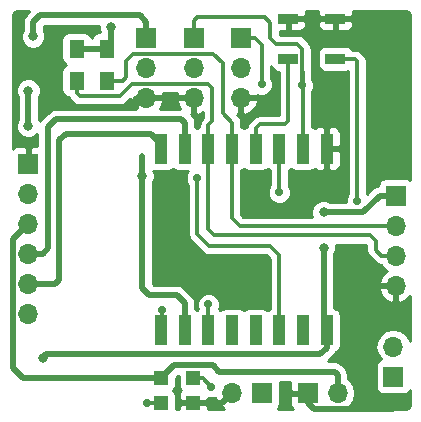
<source format=gbr>
G04 #@! TF.FileFunction,Copper,L1,Top,Signal*
%FSLAX46Y46*%
G04 Gerber Fmt 4.6, Leading zero omitted, Abs format (unit mm)*
G04 Created by KiCad (PCBNEW 4.0.7) date Tuesday, 24 April 2018 'PMt' 13:45:20*
%MOMM*%
%LPD*%
G01*
G04 APERTURE LIST*
%ADD10C,0.100000*%
%ADD11R,1.100000X2.500000*%
%ADD12R,1.198880X1.198880*%
%ADD13R,1.700000X1.700000*%
%ADD14O,1.700000X1.700000*%
%ADD15R,1.300000X1.500000*%
%ADD16R,1.700000X0.900000*%
%ADD17C,0.800000*%
%ADD18C,0.700000*%
%ADD19C,0.500000*%
%ADD20C,0.300000*%
%ADD21C,0.254000*%
G04 APERTURE END LIST*
D10*
D11*
X128250000Y-82700000D03*
X130250000Y-82700000D03*
X132250000Y-82700000D03*
X134250000Y-82700000D03*
X136250000Y-82700000D03*
X138250000Y-82700000D03*
X140250000Y-82700000D03*
X142250000Y-82700000D03*
X142250000Y-67300000D03*
X140250000Y-67300000D03*
X138250000Y-67300000D03*
X136250000Y-67300000D03*
X134250000Y-67300000D03*
X132250000Y-67300000D03*
X130250000Y-67300000D03*
X128250000Y-67300000D03*
D12*
X128225000Y-86726960D03*
X128225000Y-88825000D03*
X130975000Y-86726960D03*
X130975000Y-88825000D03*
D13*
X127000000Y-57920000D03*
D14*
X127000000Y-60460000D03*
X127000000Y-63000000D03*
D13*
X135000000Y-57920000D03*
D14*
X135000000Y-60460000D03*
X135000000Y-63000000D03*
D13*
X131000000Y-57920000D03*
D14*
X131000000Y-60460000D03*
X131000000Y-63000000D03*
D13*
X147900000Y-86600000D03*
D14*
X147900000Y-84060000D03*
D15*
X123650000Y-58850000D03*
X123650000Y-61550000D03*
X121100000Y-58850000D03*
X121100000Y-61550000D03*
D16*
X139000000Y-56300000D03*
X139000000Y-59700000D03*
X143000000Y-56300000D03*
X143000000Y-59700000D03*
D13*
X148100000Y-71300000D03*
D14*
X148100000Y-73840000D03*
X148100000Y-76380000D03*
X148100000Y-78920000D03*
D13*
X140660000Y-88000000D03*
D14*
X143200000Y-88000000D03*
D13*
X136800000Y-88000000D03*
D14*
X134260000Y-88000000D03*
D13*
X117000000Y-68580000D03*
D14*
X117000000Y-71120000D03*
X117000000Y-73660000D03*
X117000000Y-76200000D03*
X117000000Y-78740000D03*
X117000000Y-81280000D03*
D17*
X136500000Y-72750000D03*
X137750000Y-72750000D03*
X139000000Y-72750000D03*
X140150000Y-72750000D03*
X143950000Y-79400000D03*
X136600000Y-80350000D03*
X133350000Y-79250000D03*
X133350000Y-78000000D03*
X141750000Y-70250000D03*
X141000000Y-56200000D03*
X133350000Y-76800000D03*
X136600000Y-79150000D03*
X148550000Y-67950000D03*
X149050000Y-63450000D03*
X147550000Y-61400000D03*
X140200000Y-70250000D03*
X118200000Y-85000000D03*
X124000000Y-57050000D03*
X142000000Y-75700000D03*
X142000000Y-72700000D03*
D18*
X127025000Y-88850000D03*
X132500000Y-87450000D03*
D17*
X117400000Y-57800000D03*
D18*
X131300000Y-69800000D03*
X136750000Y-61850000D03*
X140200000Y-61950000D03*
X132250000Y-80500000D03*
D17*
X126650000Y-69600000D03*
X117000000Y-65400000D03*
X117000000Y-62400000D03*
D18*
X144850000Y-71750000D03*
X128300000Y-80950000D03*
X138250000Y-71000000D03*
D19*
X137750000Y-72750000D02*
X136500000Y-72750000D01*
X140150000Y-72750000D02*
X139000000Y-72750000D01*
X142950000Y-86200000D02*
X143200000Y-86450000D01*
X142950000Y-86200000D02*
X133150000Y-86200000D01*
X133150000Y-86200000D02*
X132600000Y-85650000D01*
X129301960Y-85650000D02*
X132600000Y-85650000D01*
X143200000Y-86450000D02*
X143200000Y-88000000D01*
X128225000Y-86726960D02*
X129301960Y-85650000D01*
X115700000Y-85850000D02*
X115700000Y-74960000D01*
X115700000Y-74960000D02*
X117000000Y-73660000D01*
X116576960Y-86726960D02*
X115700000Y-85850000D01*
X128225000Y-86726960D02*
X116576960Y-86726960D01*
X126150001Y-63350001D02*
X126500002Y-63000000D01*
X126500002Y-63000000D02*
X131000000Y-63000000D01*
X126000000Y-63200000D02*
X126200000Y-63000000D01*
X126200000Y-63000000D02*
X127000000Y-63000000D01*
X126150001Y-63350001D02*
X126000000Y-63200000D01*
X126150001Y-63849999D02*
X126150001Y-63350001D01*
X126150001Y-63849999D02*
X126000000Y-63849999D01*
X125800000Y-63400000D02*
X125800000Y-63649999D01*
X125800000Y-63649999D02*
X126000000Y-63849999D01*
X125400000Y-63800000D02*
X125800000Y-63400000D01*
X125400000Y-63849999D02*
X124049999Y-63849999D01*
X125400000Y-63849999D02*
X125400000Y-63800000D01*
X133350000Y-78000000D02*
X133350000Y-79250000D01*
X142700000Y-89350000D02*
X141150000Y-89350000D01*
X140660000Y-88000000D02*
X140660000Y-88860000D01*
X140660000Y-88860000D02*
X141150000Y-89350000D01*
X142700000Y-89350000D02*
X147900000Y-89350000D01*
X142010000Y-89350000D02*
X142700000Y-89350000D01*
X148400000Y-88850000D02*
X147450000Y-88850000D01*
X147900000Y-89350000D02*
X148400000Y-88850000D01*
X143000000Y-56300000D02*
X141100000Y-56300000D01*
X141100000Y-56300000D02*
X141000000Y-56200000D01*
X136600000Y-79150000D02*
X135700000Y-79150000D01*
X135700000Y-79150000D02*
X133350000Y-76800000D01*
X130975000Y-88825000D02*
X133435000Y-88825000D01*
X133435000Y-88825000D02*
X134260000Y-88000000D01*
X142250000Y-82000000D02*
X142250000Y-84150000D01*
X142250000Y-84150000D02*
X141700000Y-84700000D01*
X141700000Y-84700000D02*
X118500000Y-84700000D01*
X118500000Y-84700000D02*
X118200000Y-85000000D01*
X121100000Y-58850000D02*
X123650000Y-58850000D01*
X124000000Y-57050000D02*
X124000000Y-58500000D01*
X124000000Y-58500000D02*
X123650000Y-58850000D01*
X126990000Y-60450000D02*
X127000000Y-60460000D01*
X142250000Y-82000000D02*
X142000000Y-81750000D01*
X142000000Y-81750000D02*
X142000000Y-75700000D01*
X145350000Y-72700000D02*
X142000000Y-72700000D01*
X148100000Y-71300000D02*
X146750000Y-71300000D01*
X146750000Y-71300000D02*
X145350000Y-72700000D01*
D20*
X128225000Y-88825000D02*
X127050000Y-88825000D01*
X127050000Y-88825000D02*
X127025000Y-88850000D01*
X130975000Y-86726960D02*
X131776960Y-86726960D01*
X131776960Y-86726960D02*
X132500000Y-87450000D01*
X130975000Y-86726960D02*
X131598040Y-86726960D01*
D19*
X129950000Y-64800000D02*
X130250000Y-65100000D01*
X130250000Y-65100000D02*
X130250000Y-68000000D01*
X119350000Y-64800000D02*
X129950000Y-64800000D01*
X118650000Y-65500000D02*
X119350000Y-64800000D01*
X118650000Y-75752081D02*
X118650000Y-65500000D01*
X117000000Y-76200000D02*
X118202081Y-76200000D01*
X118202081Y-76200000D02*
X118650000Y-75752081D01*
X127000000Y-56570000D02*
X126430000Y-56000000D01*
X118000000Y-56000000D02*
X117400000Y-56600000D01*
X117400000Y-56600000D02*
X117400000Y-57800000D01*
X126430000Y-56000000D02*
X118000000Y-56000000D01*
X127000000Y-57920000D02*
X127000000Y-56570000D01*
D20*
X138250000Y-82000000D02*
X138250000Y-76350000D01*
X138250000Y-76350000D02*
X137450000Y-75550000D01*
X137450000Y-75550000D02*
X132300000Y-75550000D01*
X132300000Y-75550000D02*
X131300000Y-74550000D01*
X131300000Y-74550000D02*
X131300000Y-69800000D01*
X136750000Y-61850000D02*
X136750000Y-58520000D01*
X136750000Y-58520000D02*
X136150000Y-57920000D01*
X136150000Y-57920000D02*
X135000000Y-57920000D01*
X139750000Y-58450000D02*
X138000000Y-58450000D01*
X140200000Y-61950000D02*
X140200000Y-58900000D01*
X140200000Y-58900000D02*
X139750000Y-58450000D01*
X140250000Y-62900000D02*
X140250000Y-60800000D01*
X137050000Y-56200000D02*
X131300000Y-56200000D01*
X131000000Y-56500000D02*
X131000000Y-57920000D01*
X138000000Y-58450000D02*
X137500000Y-57950000D01*
X137500000Y-57950000D02*
X137500000Y-56650000D01*
X131300000Y-56200000D02*
X131000000Y-56500000D01*
X137500000Y-56650000D02*
X137050000Y-56200000D01*
X140250000Y-62900000D02*
X140250000Y-62000000D01*
X140250000Y-68000000D02*
X140250000Y-62900000D01*
X140250000Y-62000000D02*
X140200000Y-61950000D01*
D19*
X117000000Y-78740000D02*
X119260000Y-78740000D01*
X119600000Y-66600000D02*
X120150000Y-66050000D01*
X119260000Y-78740000D02*
X119600000Y-78400000D01*
X120150000Y-66050000D02*
X127350000Y-66050000D01*
X119600000Y-78400000D02*
X119600000Y-66600000D01*
X127350000Y-66050000D02*
X128250000Y-66950000D01*
X128250000Y-66950000D02*
X128250000Y-68000000D01*
D20*
X133450000Y-64325000D02*
X133450000Y-60050000D01*
X133450000Y-60050000D02*
X132659999Y-59259999D01*
X134250000Y-65125000D02*
X133450000Y-64325000D01*
X134250000Y-68000000D02*
X134250000Y-65125000D01*
X125275000Y-61275000D02*
X125000000Y-61550000D01*
X125000000Y-61550000D02*
X124600000Y-61550000D01*
X124600000Y-61550000D02*
X123650000Y-61550000D01*
X125275000Y-59875000D02*
X125275000Y-61275000D01*
X125890001Y-59259999D02*
X125275000Y-59875000D01*
X132659999Y-59259999D02*
X125890001Y-59259999D01*
X148100000Y-73840000D02*
X134890000Y-73840000D01*
X134890000Y-73840000D02*
X134250000Y-73200000D01*
X134250000Y-73200000D02*
X134250000Y-68000000D01*
X132250000Y-68000000D02*
X132250000Y-65325000D01*
X132250000Y-65325000D02*
X132575000Y-65000000D01*
X132575000Y-65000000D02*
X132575000Y-62200000D01*
X132575000Y-62200000D02*
X132174999Y-61799999D01*
X121350000Y-62850000D02*
X121100000Y-62600000D01*
X132174999Y-61799999D02*
X125800001Y-61799999D01*
X125800001Y-61799999D02*
X124750000Y-62850000D01*
X124750000Y-62850000D02*
X121350000Y-62850000D01*
X121100000Y-62600000D02*
X121100000Y-61550000D01*
X132750000Y-74650000D02*
X145950000Y-74650000D01*
X146400000Y-75882081D02*
X146400000Y-75100000D01*
X146400000Y-75100000D02*
X145950000Y-74650000D01*
X148100000Y-76380000D02*
X146897919Y-76380000D01*
X146897919Y-76380000D02*
X146400000Y-75882081D01*
X132250000Y-74150000D02*
X132750000Y-74650000D01*
X132250000Y-72500000D02*
X132250000Y-68000000D01*
X132250000Y-73150000D02*
X132250000Y-72500000D01*
X132250000Y-72500000D02*
X132250000Y-74150000D01*
X132250000Y-80500000D02*
X132250000Y-82000000D01*
D19*
X126650000Y-72800000D02*
X126650000Y-67950000D01*
X126650000Y-72800000D02*
X126650000Y-69600000D01*
X126650000Y-79100000D02*
X126650000Y-72800000D01*
X117000000Y-62400000D02*
X117000000Y-65400000D01*
X127250000Y-79700000D02*
X126650000Y-79100000D01*
X129550000Y-79700000D02*
X127250000Y-79700000D01*
X130250000Y-80400000D02*
X129550000Y-79700000D01*
X130250000Y-82000000D02*
X130250000Y-80400000D01*
D20*
X144650000Y-59700000D02*
X144850000Y-59900000D01*
X144850000Y-59900000D02*
X144850000Y-71750000D01*
X143000000Y-59700000D02*
X144650000Y-59700000D01*
X128300000Y-80950000D02*
X128300000Y-81950000D01*
X128300000Y-81950000D02*
X128250000Y-82000000D01*
X138250000Y-68000000D02*
X138250000Y-71000000D01*
X138250000Y-68000000D02*
X138250000Y-69650000D01*
X136250000Y-68000000D02*
X136250000Y-65600000D01*
X136250000Y-65600000D02*
X136600000Y-65250000D01*
X136600000Y-65250000D02*
X138700000Y-65250000D01*
X138700000Y-65250000D02*
X139000000Y-64950000D01*
X139000000Y-64950000D02*
X139000000Y-59700000D01*
D21*
G36*
X145615000Y-75882081D02*
X145674755Y-76182488D01*
X145844921Y-76437160D01*
X146342840Y-76935079D01*
X146597513Y-77105245D01*
X146835447Y-77152573D01*
X147020853Y-77430054D01*
X147361553Y-77657702D01*
X147218642Y-77724817D01*
X146828355Y-78153076D01*
X146658524Y-78563110D01*
X146779845Y-78793000D01*
X147973000Y-78793000D01*
X147973000Y-78773000D01*
X148227000Y-78773000D01*
X148227000Y-78793000D01*
X148247000Y-78793000D01*
X148247000Y-79047000D01*
X148227000Y-79047000D01*
X148227000Y-80240819D01*
X148456892Y-80361486D01*
X148981358Y-80115183D01*
X149315000Y-79749080D01*
X149315000Y-83561826D01*
X149301054Y-83491715D01*
X148979147Y-83009946D01*
X148497378Y-82688039D01*
X147929093Y-82575000D01*
X147870907Y-82575000D01*
X147302622Y-82688039D01*
X146820853Y-83009946D01*
X146498946Y-83491715D01*
X146385907Y-84060000D01*
X146498946Y-84628285D01*
X146820853Y-85110054D01*
X146862452Y-85137850D01*
X146814683Y-85146838D01*
X146598559Y-85285910D01*
X146453569Y-85498110D01*
X146402560Y-85750000D01*
X146402560Y-87450000D01*
X146446838Y-87685317D01*
X146585910Y-87901441D01*
X146798110Y-88046431D01*
X147050000Y-88097440D01*
X148750000Y-88097440D01*
X148985317Y-88053162D01*
X149201441Y-87914090D01*
X149315000Y-87747891D01*
X149315000Y-88932534D01*
X149278624Y-89115410D01*
X149213250Y-89213249D01*
X149115409Y-89278624D01*
X148932534Y-89315000D01*
X143897074Y-89315000D01*
X144250054Y-89079147D01*
X144571961Y-88597378D01*
X144685000Y-88029093D01*
X144685000Y-87970907D01*
X144571961Y-87402622D01*
X144250054Y-86920853D01*
X144085000Y-86810568D01*
X144085000Y-86450000D01*
X144017633Y-86111325D01*
X143825790Y-85824210D01*
X143825787Y-85824208D01*
X143575790Y-85574210D01*
X143481677Y-85511326D01*
X143288675Y-85382367D01*
X143232484Y-85371190D01*
X142950000Y-85314999D01*
X142949995Y-85315000D01*
X142336580Y-85315000D01*
X142875787Y-84775792D01*
X142875790Y-84775790D01*
X143022995Y-84555480D01*
X143035317Y-84553162D01*
X143251441Y-84414090D01*
X143396431Y-84201890D01*
X143447440Y-83950000D01*
X143447440Y-81450000D01*
X143403162Y-81214683D01*
X143264090Y-80998559D01*
X143051890Y-80853569D01*
X142885000Y-80819773D01*
X142885000Y-79276890D01*
X146658524Y-79276890D01*
X146828355Y-79686924D01*
X147218642Y-80115183D01*
X147743108Y-80361486D01*
X147973000Y-80240819D01*
X147973000Y-79047000D01*
X146779845Y-79047000D01*
X146658524Y-79276890D01*
X142885000Y-79276890D01*
X142885000Y-76267585D01*
X143034820Y-75906777D01*
X143035179Y-75495029D01*
X143010376Y-75435000D01*
X145615000Y-75435000D01*
X145615000Y-75882081D01*
X145615000Y-75882081D01*
G37*
X145615000Y-75882081D02*
X145674755Y-76182488D01*
X145844921Y-76437160D01*
X146342840Y-76935079D01*
X146597513Y-77105245D01*
X146835447Y-77152573D01*
X147020853Y-77430054D01*
X147361553Y-77657702D01*
X147218642Y-77724817D01*
X146828355Y-78153076D01*
X146658524Y-78563110D01*
X146779845Y-78793000D01*
X147973000Y-78793000D01*
X147973000Y-78773000D01*
X148227000Y-78773000D01*
X148227000Y-78793000D01*
X148247000Y-78793000D01*
X148247000Y-79047000D01*
X148227000Y-79047000D01*
X148227000Y-80240819D01*
X148456892Y-80361486D01*
X148981358Y-80115183D01*
X149315000Y-79749080D01*
X149315000Y-83561826D01*
X149301054Y-83491715D01*
X148979147Y-83009946D01*
X148497378Y-82688039D01*
X147929093Y-82575000D01*
X147870907Y-82575000D01*
X147302622Y-82688039D01*
X146820853Y-83009946D01*
X146498946Y-83491715D01*
X146385907Y-84060000D01*
X146498946Y-84628285D01*
X146820853Y-85110054D01*
X146862452Y-85137850D01*
X146814683Y-85146838D01*
X146598559Y-85285910D01*
X146453569Y-85498110D01*
X146402560Y-85750000D01*
X146402560Y-87450000D01*
X146446838Y-87685317D01*
X146585910Y-87901441D01*
X146798110Y-88046431D01*
X147050000Y-88097440D01*
X148750000Y-88097440D01*
X148985317Y-88053162D01*
X149201441Y-87914090D01*
X149315000Y-87747891D01*
X149315000Y-88932534D01*
X149278624Y-89115410D01*
X149213250Y-89213249D01*
X149115409Y-89278624D01*
X148932534Y-89315000D01*
X143897074Y-89315000D01*
X144250054Y-89079147D01*
X144571961Y-88597378D01*
X144685000Y-88029093D01*
X144685000Y-87970907D01*
X144571961Y-87402622D01*
X144250054Y-86920853D01*
X144085000Y-86810568D01*
X144085000Y-86450000D01*
X144017633Y-86111325D01*
X143825790Y-85824210D01*
X143825787Y-85824208D01*
X143575790Y-85574210D01*
X143481677Y-85511326D01*
X143288675Y-85382367D01*
X143232484Y-85371190D01*
X142950000Y-85314999D01*
X142949995Y-85315000D01*
X142336580Y-85315000D01*
X142875787Y-84775792D01*
X142875790Y-84775790D01*
X143022995Y-84555480D01*
X143035317Y-84553162D01*
X143251441Y-84414090D01*
X143396431Y-84201890D01*
X143447440Y-83950000D01*
X143447440Y-81450000D01*
X143403162Y-81214683D01*
X143264090Y-80998559D01*
X143051890Y-80853569D01*
X142885000Y-80819773D01*
X142885000Y-79276890D01*
X146658524Y-79276890D01*
X146828355Y-79686924D01*
X147218642Y-80115183D01*
X147743108Y-80361486D01*
X147973000Y-80240819D01*
X147973000Y-79047000D01*
X146779845Y-79047000D01*
X146658524Y-79276890D01*
X142885000Y-79276890D01*
X142885000Y-76267585D01*
X143034820Y-75906777D01*
X143035179Y-75495029D01*
X143010376Y-75435000D01*
X145615000Y-75435000D01*
X145615000Y-75882081D01*
G36*
X129728120Y-87326400D02*
X129772398Y-87561717D01*
X129911470Y-87777841D01*
X129919659Y-87783436D01*
X129837233Y-87865862D01*
X129740560Y-88099251D01*
X129740560Y-88539250D01*
X129899310Y-88698000D01*
X130848000Y-88698000D01*
X130848000Y-88678000D01*
X131102000Y-88678000D01*
X131102000Y-88698000D01*
X132050690Y-88698000D01*
X132209440Y-88539250D01*
X132209440Y-88395891D01*
X132303212Y-88434828D01*
X132695069Y-88435170D01*
X132829240Y-88379732D01*
X133064817Y-88881358D01*
X133493076Y-89271645D01*
X133597751Y-89315000D01*
X132209440Y-89315000D01*
X132209440Y-89110750D01*
X132050690Y-88952000D01*
X131102000Y-88952000D01*
X131102000Y-88972000D01*
X130848000Y-88972000D01*
X130848000Y-88952000D01*
X129899310Y-88952000D01*
X129740560Y-89110750D01*
X129740560Y-89315000D01*
X129471880Y-89315000D01*
X129471880Y-88225560D01*
X129427602Y-87990243D01*
X129288530Y-87774119D01*
X129287533Y-87773437D01*
X129420871Y-87578290D01*
X129471880Y-87326400D01*
X129471880Y-86731659D01*
X129668539Y-86535000D01*
X129728120Y-86535000D01*
X129728120Y-87326400D01*
X129728120Y-87326400D01*
G37*
X129728120Y-87326400D02*
X129772398Y-87561717D01*
X129911470Y-87777841D01*
X129919659Y-87783436D01*
X129837233Y-87865862D01*
X129740560Y-88099251D01*
X129740560Y-88539250D01*
X129899310Y-88698000D01*
X130848000Y-88698000D01*
X130848000Y-88678000D01*
X131102000Y-88678000D01*
X131102000Y-88698000D01*
X132050690Y-88698000D01*
X132209440Y-88539250D01*
X132209440Y-88395891D01*
X132303212Y-88434828D01*
X132695069Y-88435170D01*
X132829240Y-88379732D01*
X133064817Y-88881358D01*
X133493076Y-89271645D01*
X133597751Y-89315000D01*
X132209440Y-89315000D01*
X132209440Y-89110750D01*
X132050690Y-88952000D01*
X131102000Y-88952000D01*
X131102000Y-88972000D01*
X130848000Y-88972000D01*
X130848000Y-88952000D01*
X129899310Y-88952000D01*
X129740560Y-89110750D01*
X129740560Y-89315000D01*
X129471880Y-89315000D01*
X129471880Y-88225560D01*
X129427602Y-87990243D01*
X129288530Y-87774119D01*
X129287533Y-87773437D01*
X129420871Y-87578290D01*
X129471880Y-87326400D01*
X129471880Y-86731659D01*
X129668539Y-86535000D01*
X129728120Y-86535000D01*
X129728120Y-87326400D01*
G36*
X139175000Y-87714250D02*
X139333750Y-87873000D01*
X140533000Y-87873000D01*
X140533000Y-87853000D01*
X140787000Y-87853000D01*
X140787000Y-87873000D01*
X140807000Y-87873000D01*
X140807000Y-88127000D01*
X140787000Y-88127000D01*
X140787000Y-88147000D01*
X140533000Y-88147000D01*
X140533000Y-88127000D01*
X139333750Y-88127000D01*
X139175000Y-88285750D01*
X139175000Y-88976309D01*
X139271673Y-89209698D01*
X139376974Y-89315000D01*
X138100027Y-89315000D01*
X138101441Y-89314090D01*
X138246431Y-89101890D01*
X138297440Y-88850000D01*
X138297440Y-87150000D01*
X138285209Y-87085000D01*
X139175000Y-87085000D01*
X139175000Y-87714250D01*
X139175000Y-87714250D01*
G37*
X139175000Y-87714250D02*
X139333750Y-87873000D01*
X140533000Y-87873000D01*
X140533000Y-87853000D01*
X140787000Y-87853000D01*
X140787000Y-87873000D01*
X140807000Y-87873000D01*
X140807000Y-88127000D01*
X140787000Y-88127000D01*
X140787000Y-88147000D01*
X140533000Y-88147000D01*
X140533000Y-88127000D01*
X139333750Y-88127000D01*
X139175000Y-88285750D01*
X139175000Y-88976309D01*
X139271673Y-89209698D01*
X139376974Y-89315000D01*
X138100027Y-89315000D01*
X138101441Y-89314090D01*
X138246431Y-89101890D01*
X138297440Y-88850000D01*
X138297440Y-87150000D01*
X138285209Y-87085000D01*
X139175000Y-87085000D01*
X139175000Y-87714250D01*
G36*
X134387000Y-87873000D02*
X134407000Y-87873000D01*
X134407000Y-88127000D01*
X134387000Y-88127000D01*
X134387000Y-88147000D01*
X134133000Y-88147000D01*
X134133000Y-88127000D01*
X134113000Y-88127000D01*
X134113000Y-87873000D01*
X134133000Y-87873000D01*
X134133000Y-87853000D01*
X134387000Y-87853000D01*
X134387000Y-87873000D01*
X134387000Y-87873000D01*
G37*
X134387000Y-87873000D02*
X134407000Y-87873000D01*
X134407000Y-88127000D01*
X134387000Y-88127000D01*
X134387000Y-88147000D01*
X134133000Y-88147000D01*
X134133000Y-88127000D01*
X134113000Y-88127000D01*
X134113000Y-87873000D01*
X134133000Y-87873000D01*
X134133000Y-87853000D01*
X134387000Y-87853000D01*
X134387000Y-87873000D01*
G36*
X129448110Y-69146431D02*
X129700000Y-69197440D01*
X130509396Y-69197440D01*
X130465445Y-69241314D01*
X130315172Y-69603212D01*
X130314830Y-69995069D01*
X130464471Y-70357229D01*
X130515000Y-70407846D01*
X130515000Y-74550000D01*
X130574755Y-74850407D01*
X130744921Y-75105079D01*
X131744921Y-76105079D01*
X131999594Y-76275245D01*
X132300000Y-76335001D01*
X132300005Y-76335000D01*
X137124842Y-76335000D01*
X137465000Y-76675158D01*
X137465000Y-80846778D01*
X137464683Y-80846838D01*
X137248559Y-80985910D01*
X137247610Y-80987299D01*
X137051890Y-80853569D01*
X136800000Y-80802560D01*
X135700000Y-80802560D01*
X135464683Y-80846838D01*
X135248559Y-80985910D01*
X135247610Y-80987299D01*
X135051890Y-80853569D01*
X134800000Y-80802560D01*
X133700000Y-80802560D01*
X133464683Y-80846838D01*
X133248559Y-80985910D01*
X133247610Y-80987299D01*
X133143683Y-80916289D01*
X133234828Y-80696788D01*
X133235170Y-80304931D01*
X133085529Y-79942771D01*
X132808686Y-79665445D01*
X132446788Y-79515172D01*
X132054931Y-79514830D01*
X131692771Y-79664471D01*
X131415445Y-79941314D01*
X131265172Y-80303212D01*
X131264830Y-80695069D01*
X131356345Y-80916552D01*
X131248559Y-80985910D01*
X131247610Y-80987299D01*
X131135000Y-80910356D01*
X131135000Y-80400000D01*
X131067633Y-80061325D01*
X130875790Y-79774210D01*
X130875787Y-79774208D01*
X130175790Y-79074210D01*
X130103322Y-79025789D01*
X129888675Y-78882367D01*
X129832484Y-78871190D01*
X129550000Y-78814999D01*
X129549995Y-78815000D01*
X127616579Y-78815000D01*
X127535000Y-78733420D01*
X127535000Y-70167585D01*
X127684820Y-69806777D01*
X127685179Y-69395029D01*
X127594729Y-69176122D01*
X127700000Y-69197440D01*
X128800000Y-69197440D01*
X129035317Y-69153162D01*
X129251441Y-69014090D01*
X129252390Y-69012701D01*
X129448110Y-69146431D01*
X129448110Y-69146431D01*
G37*
X129448110Y-69146431D02*
X129700000Y-69197440D01*
X130509396Y-69197440D01*
X130465445Y-69241314D01*
X130315172Y-69603212D01*
X130314830Y-69995069D01*
X130464471Y-70357229D01*
X130515000Y-70407846D01*
X130515000Y-74550000D01*
X130574755Y-74850407D01*
X130744921Y-75105079D01*
X131744921Y-76105079D01*
X131999594Y-76275245D01*
X132300000Y-76335001D01*
X132300005Y-76335000D01*
X137124842Y-76335000D01*
X137465000Y-76675158D01*
X137465000Y-80846778D01*
X137464683Y-80846838D01*
X137248559Y-80985910D01*
X137247610Y-80987299D01*
X137051890Y-80853569D01*
X136800000Y-80802560D01*
X135700000Y-80802560D01*
X135464683Y-80846838D01*
X135248559Y-80985910D01*
X135247610Y-80987299D01*
X135051890Y-80853569D01*
X134800000Y-80802560D01*
X133700000Y-80802560D01*
X133464683Y-80846838D01*
X133248559Y-80985910D01*
X133247610Y-80987299D01*
X133143683Y-80916289D01*
X133234828Y-80696788D01*
X133235170Y-80304931D01*
X133085529Y-79942771D01*
X132808686Y-79665445D01*
X132446788Y-79515172D01*
X132054931Y-79514830D01*
X131692771Y-79664471D01*
X131415445Y-79941314D01*
X131265172Y-80303212D01*
X131264830Y-80695069D01*
X131356345Y-80916552D01*
X131248559Y-80985910D01*
X131247610Y-80987299D01*
X131135000Y-80910356D01*
X131135000Y-80400000D01*
X131067633Y-80061325D01*
X130875790Y-79774210D01*
X130875787Y-79774208D01*
X130175790Y-79074210D01*
X130103322Y-79025789D01*
X129888675Y-78882367D01*
X129832484Y-78871190D01*
X129550000Y-78814999D01*
X129549995Y-78815000D01*
X127616579Y-78815000D01*
X127535000Y-78733420D01*
X127535000Y-70167585D01*
X127684820Y-69806777D01*
X127685179Y-69395029D01*
X127594729Y-69176122D01*
X127700000Y-69197440D01*
X128800000Y-69197440D01*
X129035317Y-69153162D01*
X129251441Y-69014090D01*
X129252390Y-69012701D01*
X129448110Y-69146431D01*
G36*
X141515000Y-55723691D02*
X141515000Y-56014250D01*
X141673750Y-56173000D01*
X142873000Y-56173000D01*
X142873000Y-56153000D01*
X143127000Y-56153000D01*
X143127000Y-56173000D01*
X144326250Y-56173000D01*
X144485000Y-56014250D01*
X144485000Y-55723691D01*
X144468974Y-55685000D01*
X148932534Y-55685000D01*
X149115409Y-55721376D01*
X149213250Y-55786751D01*
X149278624Y-55884590D01*
X149315000Y-56067466D01*
X149315000Y-69930854D01*
X149201890Y-69853569D01*
X148950000Y-69802560D01*
X147250000Y-69802560D01*
X147014683Y-69846838D01*
X146798559Y-69985910D01*
X146653569Y-70198110D01*
X146603757Y-70444089D01*
X146467516Y-70471190D01*
X146411325Y-70482367D01*
X146124210Y-70674210D01*
X146124208Y-70674213D01*
X145645624Y-71152797D01*
X145635000Y-71142154D01*
X145635000Y-59900000D01*
X145575245Y-59599594D01*
X145405079Y-59344921D01*
X145205079Y-59144921D01*
X144950407Y-58974755D01*
X144650000Y-58915000D01*
X144389018Y-58915000D01*
X144314090Y-58798559D01*
X144101890Y-58653569D01*
X143850000Y-58602560D01*
X142150000Y-58602560D01*
X141914683Y-58646838D01*
X141698559Y-58785910D01*
X141553569Y-58998110D01*
X141502560Y-59250000D01*
X141502560Y-60150000D01*
X141546838Y-60385317D01*
X141685910Y-60601441D01*
X141898110Y-60746431D01*
X142150000Y-60797440D01*
X143850000Y-60797440D01*
X144065000Y-60756985D01*
X144065000Y-71141845D01*
X144015445Y-71191314D01*
X143865172Y-71553212D01*
X143864944Y-71815000D01*
X142567585Y-71815000D01*
X142206777Y-71665180D01*
X141795029Y-71664821D01*
X141414485Y-71822058D01*
X141123081Y-72112954D01*
X140965180Y-72493223D01*
X140964821Y-72904971D01*
X141026811Y-73055000D01*
X135215158Y-73055000D01*
X135035000Y-72874842D01*
X135035000Y-69153222D01*
X135035317Y-69153162D01*
X135251441Y-69014090D01*
X135252390Y-69012701D01*
X135448110Y-69146431D01*
X135700000Y-69197440D01*
X136800000Y-69197440D01*
X137035317Y-69153162D01*
X137251441Y-69014090D01*
X137252390Y-69012701D01*
X137448110Y-69146431D01*
X137465000Y-69149851D01*
X137465000Y-70391845D01*
X137415445Y-70441314D01*
X137265172Y-70803212D01*
X137264830Y-71195069D01*
X137414471Y-71557229D01*
X137691314Y-71834555D01*
X138053212Y-71984828D01*
X138445069Y-71985170D01*
X138807229Y-71835529D01*
X139084555Y-71558686D01*
X139234828Y-71196788D01*
X139235170Y-70804931D01*
X139085529Y-70442771D01*
X139035000Y-70392154D01*
X139035000Y-69153222D01*
X139035317Y-69153162D01*
X139251441Y-69014090D01*
X139252390Y-69012701D01*
X139448110Y-69146431D01*
X139700000Y-69197440D01*
X140800000Y-69197440D01*
X141035317Y-69153162D01*
X141251441Y-69014090D01*
X141257377Y-69005402D01*
X141340301Y-69088327D01*
X141573690Y-69185000D01*
X141964250Y-69185000D01*
X142123000Y-69026250D01*
X142123000Y-67427000D01*
X142377000Y-67427000D01*
X142377000Y-69026250D01*
X142535750Y-69185000D01*
X142926310Y-69185000D01*
X143159699Y-69088327D01*
X143338327Y-68909698D01*
X143435000Y-68676309D01*
X143435000Y-67585750D01*
X143276250Y-67427000D01*
X142377000Y-67427000D01*
X142123000Y-67427000D01*
X142103000Y-67427000D01*
X142103000Y-67173000D01*
X142123000Y-67173000D01*
X142123000Y-65573750D01*
X142377000Y-65573750D01*
X142377000Y-67173000D01*
X143276250Y-67173000D01*
X143435000Y-67014250D01*
X143435000Y-65923691D01*
X143338327Y-65690302D01*
X143159699Y-65511673D01*
X142926310Y-65415000D01*
X142535750Y-65415000D01*
X142377000Y-65573750D01*
X142123000Y-65573750D01*
X141964250Y-65415000D01*
X141573690Y-65415000D01*
X141340301Y-65511673D01*
X141257748Y-65594226D01*
X141051890Y-65453569D01*
X141035000Y-65450149D01*
X141035000Y-62507614D01*
X141184828Y-62146788D01*
X141185170Y-61754931D01*
X141035529Y-61392771D01*
X141035000Y-61392241D01*
X141035000Y-60800000D01*
X140985000Y-60548635D01*
X140985000Y-58900000D01*
X140946196Y-58704920D01*
X140925245Y-58599593D01*
X140755079Y-58344921D01*
X140305079Y-57894921D01*
X140050407Y-57724755D01*
X139750000Y-57665000D01*
X138325158Y-57665000D01*
X138285000Y-57624842D01*
X138285000Y-57385000D01*
X138714250Y-57385000D01*
X138873000Y-57226250D01*
X138873000Y-56427000D01*
X139127000Y-56427000D01*
X139127000Y-57226250D01*
X139285750Y-57385000D01*
X139976310Y-57385000D01*
X140209699Y-57288327D01*
X140388327Y-57109698D01*
X140485000Y-56876309D01*
X140485000Y-56585750D01*
X141515000Y-56585750D01*
X141515000Y-56876309D01*
X141611673Y-57109698D01*
X141790301Y-57288327D01*
X142023690Y-57385000D01*
X142714250Y-57385000D01*
X142873000Y-57226250D01*
X142873000Y-56427000D01*
X143127000Y-56427000D01*
X143127000Y-57226250D01*
X143285750Y-57385000D01*
X143976310Y-57385000D01*
X144209699Y-57288327D01*
X144388327Y-57109698D01*
X144485000Y-56876309D01*
X144485000Y-56585750D01*
X144326250Y-56427000D01*
X143127000Y-56427000D01*
X142873000Y-56427000D01*
X141673750Y-56427000D01*
X141515000Y-56585750D01*
X140485000Y-56585750D01*
X140326250Y-56427000D01*
X139127000Y-56427000D01*
X138873000Y-56427000D01*
X138853000Y-56427000D01*
X138853000Y-56173000D01*
X138873000Y-56173000D01*
X138873000Y-56153000D01*
X139127000Y-56153000D01*
X139127000Y-56173000D01*
X140326250Y-56173000D01*
X140485000Y-56014250D01*
X140485000Y-55723691D01*
X140468974Y-55685000D01*
X141531026Y-55685000D01*
X141515000Y-55723691D01*
X141515000Y-55723691D01*
G37*
X141515000Y-55723691D02*
X141515000Y-56014250D01*
X141673750Y-56173000D01*
X142873000Y-56173000D01*
X142873000Y-56153000D01*
X143127000Y-56153000D01*
X143127000Y-56173000D01*
X144326250Y-56173000D01*
X144485000Y-56014250D01*
X144485000Y-55723691D01*
X144468974Y-55685000D01*
X148932534Y-55685000D01*
X149115409Y-55721376D01*
X149213250Y-55786751D01*
X149278624Y-55884590D01*
X149315000Y-56067466D01*
X149315000Y-69930854D01*
X149201890Y-69853569D01*
X148950000Y-69802560D01*
X147250000Y-69802560D01*
X147014683Y-69846838D01*
X146798559Y-69985910D01*
X146653569Y-70198110D01*
X146603757Y-70444089D01*
X146467516Y-70471190D01*
X146411325Y-70482367D01*
X146124210Y-70674210D01*
X146124208Y-70674213D01*
X145645624Y-71152797D01*
X145635000Y-71142154D01*
X145635000Y-59900000D01*
X145575245Y-59599594D01*
X145405079Y-59344921D01*
X145205079Y-59144921D01*
X144950407Y-58974755D01*
X144650000Y-58915000D01*
X144389018Y-58915000D01*
X144314090Y-58798559D01*
X144101890Y-58653569D01*
X143850000Y-58602560D01*
X142150000Y-58602560D01*
X141914683Y-58646838D01*
X141698559Y-58785910D01*
X141553569Y-58998110D01*
X141502560Y-59250000D01*
X141502560Y-60150000D01*
X141546838Y-60385317D01*
X141685910Y-60601441D01*
X141898110Y-60746431D01*
X142150000Y-60797440D01*
X143850000Y-60797440D01*
X144065000Y-60756985D01*
X144065000Y-71141845D01*
X144015445Y-71191314D01*
X143865172Y-71553212D01*
X143864944Y-71815000D01*
X142567585Y-71815000D01*
X142206777Y-71665180D01*
X141795029Y-71664821D01*
X141414485Y-71822058D01*
X141123081Y-72112954D01*
X140965180Y-72493223D01*
X140964821Y-72904971D01*
X141026811Y-73055000D01*
X135215158Y-73055000D01*
X135035000Y-72874842D01*
X135035000Y-69153222D01*
X135035317Y-69153162D01*
X135251441Y-69014090D01*
X135252390Y-69012701D01*
X135448110Y-69146431D01*
X135700000Y-69197440D01*
X136800000Y-69197440D01*
X137035317Y-69153162D01*
X137251441Y-69014090D01*
X137252390Y-69012701D01*
X137448110Y-69146431D01*
X137465000Y-69149851D01*
X137465000Y-70391845D01*
X137415445Y-70441314D01*
X137265172Y-70803212D01*
X137264830Y-71195069D01*
X137414471Y-71557229D01*
X137691314Y-71834555D01*
X138053212Y-71984828D01*
X138445069Y-71985170D01*
X138807229Y-71835529D01*
X139084555Y-71558686D01*
X139234828Y-71196788D01*
X139235170Y-70804931D01*
X139085529Y-70442771D01*
X139035000Y-70392154D01*
X139035000Y-69153222D01*
X139035317Y-69153162D01*
X139251441Y-69014090D01*
X139252390Y-69012701D01*
X139448110Y-69146431D01*
X139700000Y-69197440D01*
X140800000Y-69197440D01*
X141035317Y-69153162D01*
X141251441Y-69014090D01*
X141257377Y-69005402D01*
X141340301Y-69088327D01*
X141573690Y-69185000D01*
X141964250Y-69185000D01*
X142123000Y-69026250D01*
X142123000Y-67427000D01*
X142377000Y-67427000D01*
X142377000Y-69026250D01*
X142535750Y-69185000D01*
X142926310Y-69185000D01*
X143159699Y-69088327D01*
X143338327Y-68909698D01*
X143435000Y-68676309D01*
X143435000Y-67585750D01*
X143276250Y-67427000D01*
X142377000Y-67427000D01*
X142123000Y-67427000D01*
X142103000Y-67427000D01*
X142103000Y-67173000D01*
X142123000Y-67173000D01*
X142123000Y-65573750D01*
X142377000Y-65573750D01*
X142377000Y-67173000D01*
X143276250Y-67173000D01*
X143435000Y-67014250D01*
X143435000Y-65923691D01*
X143338327Y-65690302D01*
X143159699Y-65511673D01*
X142926310Y-65415000D01*
X142535750Y-65415000D01*
X142377000Y-65573750D01*
X142123000Y-65573750D01*
X141964250Y-65415000D01*
X141573690Y-65415000D01*
X141340301Y-65511673D01*
X141257748Y-65594226D01*
X141051890Y-65453569D01*
X141035000Y-65450149D01*
X141035000Y-62507614D01*
X141184828Y-62146788D01*
X141185170Y-61754931D01*
X141035529Y-61392771D01*
X141035000Y-61392241D01*
X141035000Y-60800000D01*
X140985000Y-60548635D01*
X140985000Y-58900000D01*
X140946196Y-58704920D01*
X140925245Y-58599593D01*
X140755079Y-58344921D01*
X140305079Y-57894921D01*
X140050407Y-57724755D01*
X139750000Y-57665000D01*
X138325158Y-57665000D01*
X138285000Y-57624842D01*
X138285000Y-57385000D01*
X138714250Y-57385000D01*
X138873000Y-57226250D01*
X138873000Y-56427000D01*
X139127000Y-56427000D01*
X139127000Y-57226250D01*
X139285750Y-57385000D01*
X139976310Y-57385000D01*
X140209699Y-57288327D01*
X140388327Y-57109698D01*
X140485000Y-56876309D01*
X140485000Y-56585750D01*
X141515000Y-56585750D01*
X141515000Y-56876309D01*
X141611673Y-57109698D01*
X141790301Y-57288327D01*
X142023690Y-57385000D01*
X142714250Y-57385000D01*
X142873000Y-57226250D01*
X142873000Y-56427000D01*
X143127000Y-56427000D01*
X143127000Y-57226250D01*
X143285750Y-57385000D01*
X143976310Y-57385000D01*
X144209699Y-57288327D01*
X144388327Y-57109698D01*
X144485000Y-56876309D01*
X144485000Y-56585750D01*
X144326250Y-56427000D01*
X143127000Y-56427000D01*
X142873000Y-56427000D01*
X141673750Y-56427000D01*
X141515000Y-56585750D01*
X140485000Y-56585750D01*
X140326250Y-56427000D01*
X139127000Y-56427000D01*
X138873000Y-56427000D01*
X138853000Y-56427000D01*
X138853000Y-56173000D01*
X138873000Y-56173000D01*
X138873000Y-56153000D01*
X139127000Y-56153000D01*
X139127000Y-56173000D01*
X140326250Y-56173000D01*
X140485000Y-56014250D01*
X140485000Y-55723691D01*
X140468974Y-55685000D01*
X141531026Y-55685000D01*
X141515000Y-55723691D01*
G36*
X116774210Y-55974210D02*
X116582367Y-56261325D01*
X116576831Y-56289155D01*
X116514999Y-56600000D01*
X116515000Y-56600005D01*
X116515000Y-57232415D01*
X116365180Y-57593223D01*
X116364821Y-58004971D01*
X116522058Y-58385515D01*
X116812954Y-58676919D01*
X117193223Y-58834820D01*
X117604971Y-58835179D01*
X117985515Y-58677942D01*
X118276919Y-58387046D01*
X118434820Y-58006777D01*
X118435179Y-57595029D01*
X118285000Y-57231567D01*
X118285000Y-56966580D01*
X118366579Y-56885000D01*
X122965144Y-56885000D01*
X122964821Y-57254971D01*
X123046463Y-57452560D01*
X123000000Y-57452560D01*
X122764683Y-57496838D01*
X122548559Y-57635910D01*
X122403569Y-57848110D01*
X122379898Y-57965000D01*
X122372038Y-57965000D01*
X122353162Y-57864683D01*
X122214090Y-57648559D01*
X122001890Y-57503569D01*
X121750000Y-57452560D01*
X120450000Y-57452560D01*
X120214683Y-57496838D01*
X119998559Y-57635910D01*
X119853569Y-57848110D01*
X119802560Y-58100000D01*
X119802560Y-59600000D01*
X119846838Y-59835317D01*
X119985910Y-60051441D01*
X120198110Y-60196431D01*
X120211197Y-60199081D01*
X119998559Y-60335910D01*
X119853569Y-60548110D01*
X119802560Y-60800000D01*
X119802560Y-62300000D01*
X119846838Y-62535317D01*
X119985910Y-62751441D01*
X120198110Y-62896431D01*
X120399325Y-62937178D01*
X120544921Y-63155079D01*
X120794921Y-63405079D01*
X121049593Y-63575245D01*
X121350000Y-63635000D01*
X124750000Y-63635000D01*
X125050407Y-63575245D01*
X125305079Y-63405079D01*
X125583156Y-63127002D01*
X125679844Y-63127002D01*
X125558524Y-63356890D01*
X125728355Y-63766924D01*
X125863302Y-63915000D01*
X119350000Y-63915000D01*
X119011325Y-63982367D01*
X118724210Y-64174210D01*
X118724208Y-64174213D01*
X118024210Y-64874210D01*
X117949079Y-64986651D01*
X117885000Y-64831567D01*
X117885000Y-62967585D01*
X118034820Y-62606777D01*
X118035179Y-62195029D01*
X117877942Y-61814485D01*
X117587046Y-61523081D01*
X117206777Y-61365180D01*
X116795029Y-61364821D01*
X116414485Y-61522058D01*
X116123081Y-61812954D01*
X115965180Y-62193223D01*
X115964821Y-62604971D01*
X116115000Y-62968433D01*
X116115000Y-64832415D01*
X115965180Y-65193223D01*
X115964821Y-65604971D01*
X116122058Y-65985515D01*
X116412954Y-66276919D01*
X116793223Y-66434820D01*
X117204971Y-66435179D01*
X117585515Y-66277942D01*
X117765000Y-66098770D01*
X117765000Y-67095000D01*
X117285750Y-67095000D01*
X117127000Y-67253750D01*
X117127000Y-68453000D01*
X117147000Y-68453000D01*
X117147000Y-68707000D01*
X117127000Y-68707000D01*
X117127000Y-68727000D01*
X116873000Y-68727000D01*
X116873000Y-68707000D01*
X116853000Y-68707000D01*
X116853000Y-68453000D01*
X116873000Y-68453000D01*
X116873000Y-67253750D01*
X116714250Y-67095000D01*
X116023691Y-67095000D01*
X115790302Y-67191673D01*
X115685000Y-67296974D01*
X115685000Y-56067466D01*
X115721376Y-55884591D01*
X115786751Y-55786750D01*
X115884590Y-55721376D01*
X116067466Y-55685000D01*
X117063420Y-55685000D01*
X116774210Y-55974210D01*
X116774210Y-55974210D01*
G37*
X116774210Y-55974210D02*
X116582367Y-56261325D01*
X116576831Y-56289155D01*
X116514999Y-56600000D01*
X116515000Y-56600005D01*
X116515000Y-57232415D01*
X116365180Y-57593223D01*
X116364821Y-58004971D01*
X116522058Y-58385515D01*
X116812954Y-58676919D01*
X117193223Y-58834820D01*
X117604971Y-58835179D01*
X117985515Y-58677942D01*
X118276919Y-58387046D01*
X118434820Y-58006777D01*
X118435179Y-57595029D01*
X118285000Y-57231567D01*
X118285000Y-56966580D01*
X118366579Y-56885000D01*
X122965144Y-56885000D01*
X122964821Y-57254971D01*
X123046463Y-57452560D01*
X123000000Y-57452560D01*
X122764683Y-57496838D01*
X122548559Y-57635910D01*
X122403569Y-57848110D01*
X122379898Y-57965000D01*
X122372038Y-57965000D01*
X122353162Y-57864683D01*
X122214090Y-57648559D01*
X122001890Y-57503569D01*
X121750000Y-57452560D01*
X120450000Y-57452560D01*
X120214683Y-57496838D01*
X119998559Y-57635910D01*
X119853569Y-57848110D01*
X119802560Y-58100000D01*
X119802560Y-59600000D01*
X119846838Y-59835317D01*
X119985910Y-60051441D01*
X120198110Y-60196431D01*
X120211197Y-60199081D01*
X119998559Y-60335910D01*
X119853569Y-60548110D01*
X119802560Y-60800000D01*
X119802560Y-62300000D01*
X119846838Y-62535317D01*
X119985910Y-62751441D01*
X120198110Y-62896431D01*
X120399325Y-62937178D01*
X120544921Y-63155079D01*
X120794921Y-63405079D01*
X121049593Y-63575245D01*
X121350000Y-63635000D01*
X124750000Y-63635000D01*
X125050407Y-63575245D01*
X125305079Y-63405079D01*
X125583156Y-63127002D01*
X125679844Y-63127002D01*
X125558524Y-63356890D01*
X125728355Y-63766924D01*
X125863302Y-63915000D01*
X119350000Y-63915000D01*
X119011325Y-63982367D01*
X118724210Y-64174210D01*
X118724208Y-64174213D01*
X118024210Y-64874210D01*
X117949079Y-64986651D01*
X117885000Y-64831567D01*
X117885000Y-62967585D01*
X118034820Y-62606777D01*
X118035179Y-62195029D01*
X117877942Y-61814485D01*
X117587046Y-61523081D01*
X117206777Y-61365180D01*
X116795029Y-61364821D01*
X116414485Y-61522058D01*
X116123081Y-61812954D01*
X115965180Y-62193223D01*
X115964821Y-62604971D01*
X116115000Y-62968433D01*
X116115000Y-64832415D01*
X115965180Y-65193223D01*
X115964821Y-65604971D01*
X116122058Y-65985515D01*
X116412954Y-66276919D01*
X116793223Y-66434820D01*
X117204971Y-66435179D01*
X117585515Y-66277942D01*
X117765000Y-66098770D01*
X117765000Y-67095000D01*
X117285750Y-67095000D01*
X117127000Y-67253750D01*
X117127000Y-68453000D01*
X117147000Y-68453000D01*
X117147000Y-68707000D01*
X117127000Y-68707000D01*
X117127000Y-68727000D01*
X116873000Y-68727000D01*
X116873000Y-68707000D01*
X116853000Y-68707000D01*
X116853000Y-68453000D01*
X116873000Y-68453000D01*
X116873000Y-67253750D01*
X116714250Y-67095000D01*
X116023691Y-67095000D01*
X115790302Y-67191673D01*
X115685000Y-67296974D01*
X115685000Y-56067466D01*
X115721376Y-55884591D01*
X115786751Y-55786750D01*
X115884590Y-55721376D01*
X116067466Y-55685000D01*
X117063420Y-55685000D01*
X116774210Y-55974210D01*
G36*
X129558524Y-62643110D02*
X129679845Y-62873000D01*
X130873000Y-62873000D01*
X130873000Y-62853000D01*
X131127000Y-62853000D01*
X131127000Y-62873000D01*
X131147000Y-62873000D01*
X131147000Y-63127000D01*
X131127000Y-63127000D01*
X131127000Y-64320819D01*
X131356892Y-64441486D01*
X131790000Y-64238087D01*
X131790000Y-64674842D01*
X131694921Y-64769921D01*
X131524755Y-65024593D01*
X131504783Y-65125000D01*
X131465000Y-65325000D01*
X131465000Y-65446778D01*
X131464683Y-65446838D01*
X131248559Y-65585910D01*
X131247610Y-65587299D01*
X131135000Y-65510356D01*
X131135000Y-65100005D01*
X131135001Y-65100000D01*
X131067633Y-64761326D01*
X131067633Y-64761325D01*
X130875790Y-64474210D01*
X130875787Y-64474208D01*
X130774237Y-64372658D01*
X130873000Y-64320819D01*
X130873000Y-63127000D01*
X129679845Y-63127000D01*
X129558524Y-63356890D01*
X129728355Y-63766924D01*
X129863302Y-63915000D01*
X128136698Y-63915000D01*
X128271645Y-63766924D01*
X128441476Y-63356890D01*
X128320155Y-63127000D01*
X127127000Y-63127000D01*
X127127000Y-63147000D01*
X126873000Y-63147000D01*
X126873000Y-63127000D01*
X126853000Y-63127000D01*
X126853000Y-62873000D01*
X126873000Y-62873000D01*
X126873000Y-62853000D01*
X127127000Y-62853000D01*
X127127000Y-62873000D01*
X128320155Y-62873000D01*
X128441476Y-62643110D01*
X128417407Y-62584999D01*
X129582593Y-62584999D01*
X129558524Y-62643110D01*
X129558524Y-62643110D01*
G37*
X129558524Y-62643110D02*
X129679845Y-62873000D01*
X130873000Y-62873000D01*
X130873000Y-62853000D01*
X131127000Y-62853000D01*
X131127000Y-62873000D01*
X131147000Y-62873000D01*
X131147000Y-63127000D01*
X131127000Y-63127000D01*
X131127000Y-64320819D01*
X131356892Y-64441486D01*
X131790000Y-64238087D01*
X131790000Y-64674842D01*
X131694921Y-64769921D01*
X131524755Y-65024593D01*
X131504783Y-65125000D01*
X131465000Y-65325000D01*
X131465000Y-65446778D01*
X131464683Y-65446838D01*
X131248559Y-65585910D01*
X131247610Y-65587299D01*
X131135000Y-65510356D01*
X131135000Y-65100005D01*
X131135001Y-65100000D01*
X131067633Y-64761326D01*
X131067633Y-64761325D01*
X130875790Y-64474210D01*
X130875787Y-64474208D01*
X130774237Y-64372658D01*
X130873000Y-64320819D01*
X130873000Y-63127000D01*
X129679845Y-63127000D01*
X129558524Y-63356890D01*
X129728355Y-63766924D01*
X129863302Y-63915000D01*
X128136698Y-63915000D01*
X128271645Y-63766924D01*
X128441476Y-63356890D01*
X128320155Y-63127000D01*
X127127000Y-63127000D01*
X127127000Y-63147000D01*
X126873000Y-63147000D01*
X126873000Y-63127000D01*
X126853000Y-63127000D01*
X126853000Y-62873000D01*
X126873000Y-62873000D01*
X126873000Y-62853000D01*
X127127000Y-62853000D01*
X127127000Y-62873000D01*
X128320155Y-62873000D01*
X128441476Y-62643110D01*
X128417407Y-62584999D01*
X129582593Y-62584999D01*
X129558524Y-62643110D01*
G36*
X137546838Y-60385317D02*
X137685910Y-60601441D01*
X137898110Y-60746431D01*
X138150000Y-60797440D01*
X138215000Y-60797440D01*
X138215000Y-64465000D01*
X136600000Y-64465000D01*
X136299594Y-64524755D01*
X136044921Y-64694921D01*
X135694921Y-65044921D01*
X135524755Y-65299593D01*
X135501799Y-65415000D01*
X135496663Y-65440821D01*
X135464683Y-65446838D01*
X135248559Y-65585910D01*
X135247610Y-65587299D01*
X135051890Y-65453569D01*
X135035000Y-65450149D01*
X135035000Y-65125000D01*
X134975245Y-64824594D01*
X134805079Y-64569921D01*
X134665100Y-64429942D01*
X134873000Y-64320819D01*
X134873000Y-63127000D01*
X135127000Y-63127000D01*
X135127000Y-64320819D01*
X135356892Y-64441486D01*
X135881358Y-64195183D01*
X136271645Y-63766924D01*
X136441476Y-63356890D01*
X136320155Y-63127000D01*
X135127000Y-63127000D01*
X134873000Y-63127000D01*
X134853000Y-63127000D01*
X134853000Y-62873000D01*
X134873000Y-62873000D01*
X134873000Y-62853000D01*
X135127000Y-62853000D01*
X135127000Y-62873000D01*
X136320155Y-62873000D01*
X136378570Y-62762310D01*
X136553212Y-62834828D01*
X136945069Y-62835170D01*
X137307229Y-62685529D01*
X137584555Y-62408686D01*
X137734828Y-62046788D01*
X137735170Y-61654931D01*
X137585529Y-61292771D01*
X137535000Y-61242154D01*
X137535000Y-60322404D01*
X137546838Y-60385317D01*
X137546838Y-60385317D01*
G37*
X137546838Y-60385317D02*
X137685910Y-60601441D01*
X137898110Y-60746431D01*
X138150000Y-60797440D01*
X138215000Y-60797440D01*
X138215000Y-64465000D01*
X136600000Y-64465000D01*
X136299594Y-64524755D01*
X136044921Y-64694921D01*
X135694921Y-65044921D01*
X135524755Y-65299593D01*
X135501799Y-65415000D01*
X135496663Y-65440821D01*
X135464683Y-65446838D01*
X135248559Y-65585910D01*
X135247610Y-65587299D01*
X135051890Y-65453569D01*
X135035000Y-65450149D01*
X135035000Y-65125000D01*
X134975245Y-64824594D01*
X134805079Y-64569921D01*
X134665100Y-64429942D01*
X134873000Y-64320819D01*
X134873000Y-63127000D01*
X135127000Y-63127000D01*
X135127000Y-64320819D01*
X135356892Y-64441486D01*
X135881358Y-64195183D01*
X136271645Y-63766924D01*
X136441476Y-63356890D01*
X136320155Y-63127000D01*
X135127000Y-63127000D01*
X134873000Y-63127000D01*
X134853000Y-63127000D01*
X134853000Y-62873000D01*
X134873000Y-62873000D01*
X134873000Y-62853000D01*
X135127000Y-62853000D01*
X135127000Y-62873000D01*
X136320155Y-62873000D01*
X136378570Y-62762310D01*
X136553212Y-62834828D01*
X136945069Y-62835170D01*
X137307229Y-62685529D01*
X137584555Y-62408686D01*
X137734828Y-62046788D01*
X137735170Y-61654931D01*
X137585529Y-61292771D01*
X137535000Y-61242154D01*
X137535000Y-60322404D01*
X137546838Y-60385317D01*
M02*

</source>
